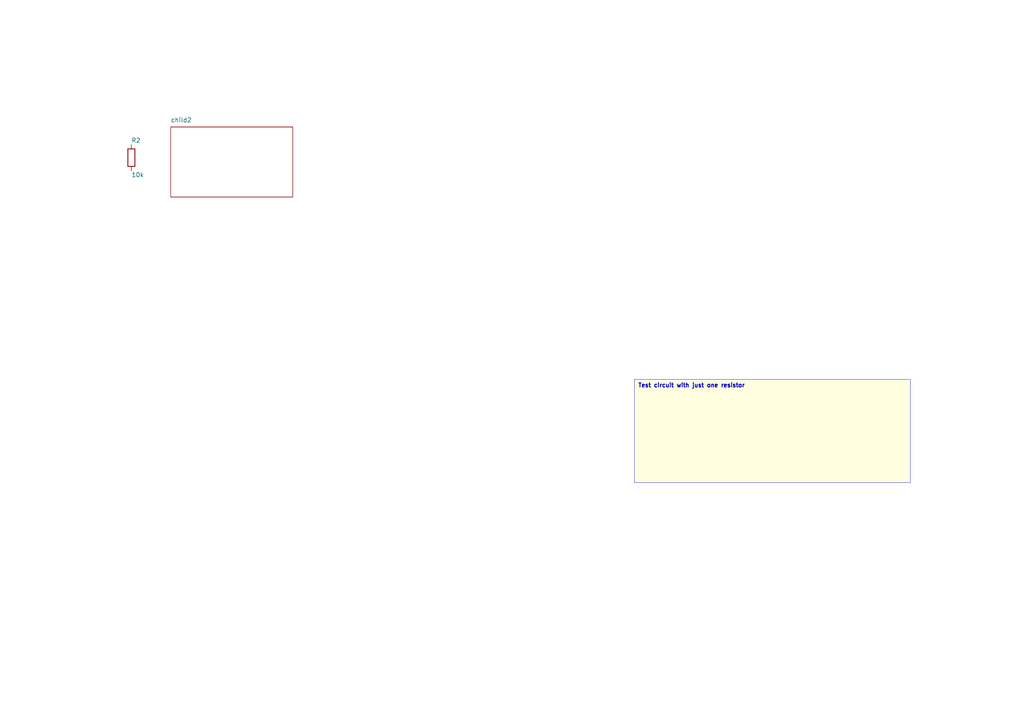
<source format=kicad_sch>
(kicad_sch (version 20250114) (generator "kicad_api") (generator_version "9.0")
  (paper "A4")
  (lib_symbols
    (symbol "Device:R" (pin_numbers hide) (pin_names (offset 0.254))
      (property "Reference" "R" (at 0.0 0.0 0))
      (property "Value" "R" (at 0.0 0.0 0))
      (symbol "R_0_1"
        (rectangle (start -1.016 -2.54) (end 1.016 2.54) (stroke (width 0.254)))
      )
      (symbol "R_1_1"
        (pin passive line (at 0.0 3.81 270) (length 1.27) (name ~) (number "1"))
        (pin passive line (at 0.0 -3.81 90) (length 1.27) (name ~) (number "2"))
      )
    )
  )
  (title_block (title chil1) (date 2025-08-04) (company Circuit-Synth))
  (symbol (lib_id "Device:R") (at 38.1 45.72 0) (unit 1)
    (property "Reference" "R2" (at 38.1 40.72 0) (effects (justify left)))
    (property "Value" "10k" (at 38.1 50.72 0) (effects (justify left)))
    (property "Footprint" "Resistor_SMD:R_0603_1608Metric" (effects (hide yes)))
  )
  (sheet (at 49.53 36.83) (size 35.4 20.32) (stroke (width 0.12)) (fill (color 0 0 0 0.0))
    (property "Sheetname" "child2" (at 49.53 35.559999999999995 0) (effects (justify left bottom)))
    (property "Sheetfile" "child2.kicad_sch" (effects (hide yes)))
  )
  (text_box "Test circuit with just one resistor" (exclude_from_sim yes) (at 184.0 110.0 0) (size 80.0 30.0) (margins 1.0 1.0 1.0 1.0) (stroke (width 0.1)) (fill (type color) (color 255 255 224 1)) (effects (font (size 1.2 1.2) (thickness 0.254)) (justify left top)))
)
</source>
